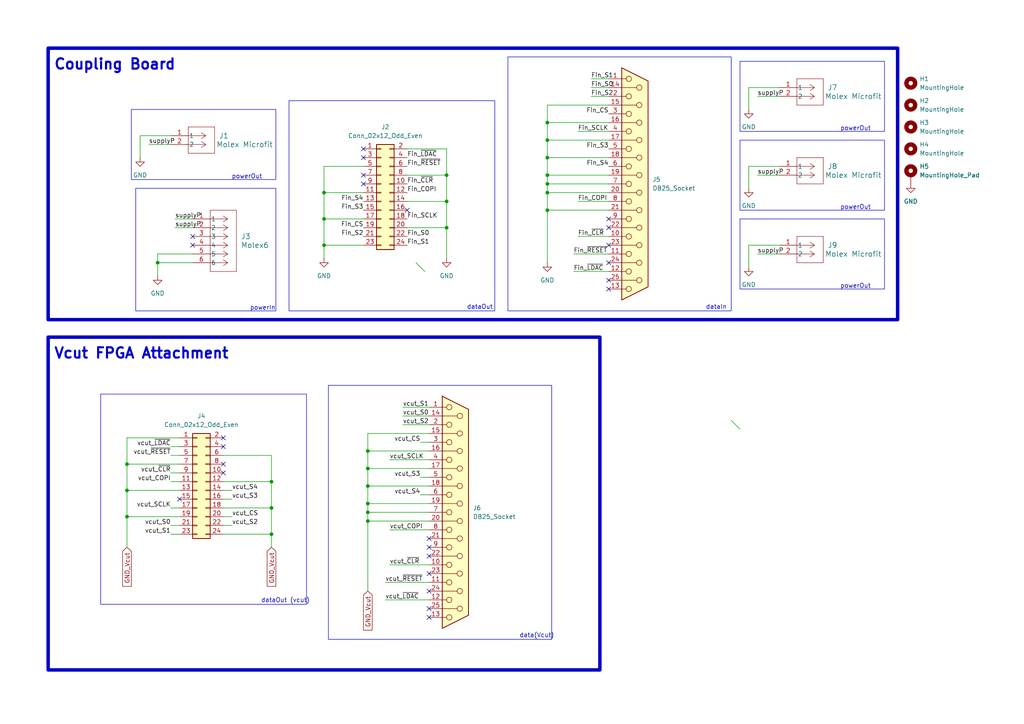
<source format=kicad_sch>
(kicad_sch (version 20250114) (generator "eeschema") (generator_version "9.0")
  (paper "A4")
  (lib_symbols
    (symbol "Connector:DB25_Socket" (pin_names (offset 1.016) (hide yes))
      (property "Reference" "J" (at 0 34.29 0))
      (property "Value" "DB25_Socket" (at 0 -34.925 0))
      (symbol "DB25_Socket_0_1"
        (polyline (pts (xy -3.81 33.655) (xy 3.81 29.845) (xy 3.81 -29.845) (xy -3.81 -33.655) (xy -3.81 33.655)) (stroke (width 0.254)) (fill (type background)))
        (polyline (pts (xy -3.81 30.48) (xy -2.54 30.48)))
        (polyline (pts (xy -3.81 27.94) (xy 0.508 27.94)))
        (polyline (pts (xy -3.81 25.4) (xy -2.54 25.4)))
        (polyline (pts (xy -3.81 22.86) (xy 0.508 22.86)))
        (polyline (pts (xy -3.81 20.32) (xy -2.54 20.32)))
        (polyline (pts (xy -3.81 17.78) (xy 0.508 17.78)))
        (polyline (pts (xy -3.81 15.24) (xy -2.54 15.24)))
        (polyline (pts (xy -3.81 12.7) (xy 0.508 12.7)))
        (polyline (pts (xy -3.81 10.16) (xy -2.54 10.16)))
        (polyline (pts (xy -3.81 7.62) (xy 0.508 7.62)))
        (polyline (pts (xy -3.81 5.08) (xy -2.54 5.08)))
        (polyline (pts (xy -3.81 2.54) (xy 0.508 2.54)))
        (polyline (pts (xy -3.81 0) (xy -2.54 0)))
        (polyline (pts (xy -3.81 -2.54) (xy 0.508 -2.54)))
        (polyline (pts (xy -3.81 -5.08) (xy -2.54 -5.08)))
        (polyline (pts (xy -3.81 -7.62) (xy 0.508 -7.62)))
        (polyline (pts (xy -3.81 -10.16) (xy -2.54 -10.16)))
        (polyline (pts (xy -3.81 -12.7) (xy 0.508 -12.7)))
        (polyline (pts (xy -3.81 -15.24) (xy -2.54 -15.24)))
        (polyline (pts (xy -3.81 -17.78) (xy 0.508 -17.78)))
        (polyline (pts (xy -3.81 -20.32) (xy -2.54 -20.32)))
        (polyline (pts (xy -3.81 -22.86) (xy 0.508 -22.86)))
        (polyline (pts (xy -3.81 -25.4) (xy -2.54 -25.4)))
        (polyline (pts (xy -3.81 -27.94) (xy 0.508 -27.94)))
        (polyline (pts (xy -3.81 -30.48) (xy -2.54 -30.48)))
        (circle (center -1.778 30.48) (radius 0.762))
        (circle (center -1.778 25.4) (radius 0.762))
        (circle (center -1.778 20.32) (radius 0.762))
        (circle (center -1.778 15.24) (radius 0.762))
        (circle (center -1.778 10.16) (radius 0.762))
        (circle (center -1.778 5.08) (radius 0.762))
        (circle (center -1.778 0) (radius 0.762))
        (circle (center -1.778 -5.08) (radius 0.762))
        (circle (center -1.778 -10.16) (radius 0.762))
        (circle (center -1.778 -15.24) (radius 0.762))
        (circle (center -1.778 -20.32) (radius 0.762))
        (circle (center -1.778 -25.4) (radius 0.762))
        (circle (center -1.778 -30.48) (radius 0.762))
        (circle (center 1.27 27.94) (radius 0.762))
        (circle (center 1.27 22.86) (radius 0.762))
        (circle (center 1.27 17.78) (radius 0.762))
        (circle (center 1.27 12.7) (radius 0.762))
        (circle (center 1.27 7.62) (radius 0.762))
        (circle (center 1.27 2.54) (radius 0.762))
        (circle (center 1.27 -2.54) (radius 0.762))
        (circle (center 1.27 -7.62) (radius 0.762))
        (circle (center 1.27 -12.7) (radius 0.762))
        (circle (center 1.27 -17.78) (radius 0.762))
        (circle (center 1.27 -22.86) (radius 0.762))
        (circle (center 1.27 -27.94) (radius 0.762))
      )
      (symbol "DB25_Socket_1_1"
        (pin passive line (at -7.62 30.48 0) (length 3.81) (name "1") (number "1"))
        (pin passive line (at -7.62 27.94 0) (length 3.81) (name "P14") (number "14"))
        (pin passive line (at -7.62 25.4 0) (length 3.81) (name "2") (number "2"))
        (pin passive line (at -7.62 22.86 0) (length 3.81) (name "P15") (number "15"))
        (pin passive line (at -7.62 20.32 0) (length 3.81) (name "3") (number "3"))
        (pin passive line (at -7.62 17.78 0) (length 3.81) (name "P16") (number "16"))
        (pin passive line (at -7.62 15.24 0) (length 3.81) (name "4") (number "4"))
        (pin passive line (at -7.62 12.7 0) (length 3.81) (name "P17") (number "17"))
        (pin passive line (at -7.62 10.16 0) (length 3.81) (name "5") (number "5"))
        (pin passive line (at -7.62 7.62 0) (length 3.81) (name "P18") (number "18"))
        (pin passive line (at -7.62 5.08 0) (length 3.81) (name "6") (number "6"))
        (pin passive line (at -7.62 2.54 0) (length 3.81) (name "P19") (number "19"))
        (pin passive line (at -7.62 0 0) (length 3.81) (name "7") (number "7"))
        (pin passive line (at -7.62 -2.54 0) (length 3.81) (name "P20") (number "20"))
        (pin passive line (at -7.62 -5.08 0) (length 3.81) (name "8") (number "8"))
        (pin passive line (at -7.62 -7.62 0) (length 3.81) (name "P21") (number "21"))
        (pin passive line (at -7.62 -10.16 0) (length 3.81) (name "9") (number "9"))
        (pin passive line (at -7.62 -12.7 0) (length 3.81) (name "P22") (number "22"))
        (pin passive line (at -7.62 -15.24 0) (length 3.81) (name "10") (number "10"))
        (pin passive line (at -7.62 -17.78 0) (length 3.81) (name "P23") (number "23"))
        (pin passive line (at -7.62 -20.32 0) (length 3.81) (name "11") (number "11"))
        (pin passive line (at -7.62 -22.86 0) (length 3.81) (name "P24") (number "24"))
        (pin passive line (at -7.62 -25.4 0) (length 3.81) (name "12") (number "12"))
        (pin passive line (at -7.62 -27.94 0) (length 3.81) (name "P25") (number "25"))
        (pin passive line (at -7.62 -30.48 0) (length 3.81) (name "13") (number "13"))
      )
    )
    (symbol "Connector_Generic:Conn_02x12_Odd_Even" (pin_names (offset 1.016) (hide yes))
      (property "Reference" "J" (at 1.27 15.24 0))
      (property "Value" "Conn_02x12_Odd_Even" (at 1.27 -17.78 0))
      (symbol "Conn_02x12_Odd_Even_1_1"
        (rectangle (start -1.27 13.97) (end 3.81 -16.51) (stroke (width 0.254)) (fill (type background)))
        (rectangle (start -1.27 12.827) (end 0 12.573) (stroke (width 0.1524)))
        (rectangle (start -1.27 10.287) (end 0 10.033) (stroke (width 0.1524)))
        (rectangle (start -1.27 7.747) (end 0 7.493) (stroke (width 0.1524)))
        (rectangle (start -1.27 5.207) (end 0 4.953) (stroke (width 0.1524)))
        (rectangle (start -1.27 2.667) (end 0 2.413) (stroke (width 0.1524)))
        (rectangle (start -1.27 0.127) (end 0 -0.127) (stroke (width 0.1524)))
        (rectangle (start -1.27 -2.413) (end 0 -2.667) (stroke (width 0.1524)))
        (rectangle (start -1.27 -4.953) (end 0 -5.207) (stroke (width 0.1524)))
        (rectangle (start -1.27 -7.493) (end 0 -7.747) (stroke (width 0.1524)))
        (rectangle (start -1.27 -10.033) (end 0 -10.287) (stroke (width 0.1524)))
        (rectangle (start -1.27 -12.573) (end 0 -12.827) (stroke (width 0.1524)))
        (rectangle (start -1.27 -15.113) (end 0 -15.367) (stroke (width 0.1524)))
        (rectangle (start 3.81 12.827) (end 2.54 12.573) (stroke (width 0.1524)))
        (rectangle (start 3.81 10.287) (end 2.54 10.033) (stroke (width 0.1524)))
        (rectangle (start 3.81 7.747) (end 2.54 7.493) (stroke (width 0.1524)))
        (rectangle (start 3.81 5.207) (end 2.54 4.953) (stroke (width 0.1524)))
        (rectangle (start 3.81 2.667) (end 2.54 2.413) (stroke (width 0.1524)))
        (rectangle (start 3.81 0.127) (end 2.54 -0.127) (stroke (width 0.1524)))
        (rectangle (start 3.81 -2.413) (end 2.54 -2.667) (stroke (width 0.1524)))
        (rectangle (start 3.81 -4.953) (end 2.54 -5.207) (stroke (width 0.1524)))
        (rectangle (start 3.81 -7.493) (end 2.54 -7.747) (stroke (width 0.1524)))
        (rectangle (start 3.81 -10.033) (end 2.54 -10.287) (stroke (width 0.1524)))
        (rectangle (start 3.81 -12.573) (end 2.54 -12.827) (stroke (width 0.1524)))
        (rectangle (start 3.81 -15.113) (end 2.54 -15.367) (stroke (width 0.1524)))
        (pin passive line (at -5.08 12.7 0) (length 3.81) (name "Pin_1") (number "1"))
        (pin passive line (at -5.08 10.16 0) (length 3.81) (name "Pin_3") (number "3"))
        (pin passive line (at -5.08 7.62 0) (length 3.81) (name "Pin_5") (number "5"))
        (pin passive line (at -5.08 5.08 0) (length 3.81) (name "Pin_7") (number "7"))
        (pin passive line (at -5.08 2.54 0) (length 3.81) (name "Pin_9") (number "9"))
        (pin passive line (at -5.08 0 0) (length 3.81) (name "Pin_11") (number "11"))
        (pin passive line (at -5.08 -2.54 0) (length 3.81) (name "Pin_13") (number "13"))
        (pin passive line (at -5.08 -5.08 0) (length 3.81) (name "Pin_15") (number "15"))
        (pin passive line (at -5.08 -7.62 0) (length 3.81) (name "Pin_17") (number "17"))
        (pin passive line (at -5.08 -10.16 0) (length 3.81) (name "Pin_19") (number "19"))
        (pin passive line (at -5.08 -12.7 0) (length 3.81) (name "Pin_21") (number "21"))
        (pin passive line (at -5.08 -15.24 0) (length 3.81) (name "Pin_23") (number "23"))
        (pin passive line (at 7.62 12.7 180) (length 3.81) (name "Pin_2") (number "2"))
        (pin passive line (at 7.62 10.16 180) (length 3.81) (name "Pin_4") (number "4"))
        (pin passive line (at 7.62 7.62 180) (length 3.81) (name "Pin_6") (number "6"))
        (pin passive line (at 7.62 5.08 180) (length 3.81) (name "Pin_8") (number "8"))
        (pin passive line (at 7.62 2.54 180) (length 3.81) (name "Pin_10") (number "10"))
        (pin passive line (at 7.62 0 180) (length 3.81) (name "Pin_12") (number "12"))
        (pin passive line (at 7.62 -2.54 180) (length 3.81) (name "Pin_14") (number "14"))
        (pin passive line (at 7.62 -5.08 180) (length 3.81) (name "Pin_16") (number "16"))
        (pin passive line (at 7.62 -7.62 180) (length 3.81) (name "Pin_18") (number "18"))
        (pin passive line (at 7.62 -10.16 180) (length 3.81) (name "Pin_20") (number "20"))
        (pin passive line (at 7.62 -12.7 180) (length 3.81) (name "Pin_22") (number "22"))
        (pin passive line (at 7.62 -15.24 180) (length 3.81) (name "Pin_24") (number "24"))
      )
    )
    (symbol "Mechanical:MountingHole" (pin_names (offset 1.016)) (exclude_from_sim yes) (in_bom no)
      (property "Reference" "H" (at 0 5.08 0))
      (property "Value" "MountingHole" (at 0 3.175 0))
      (symbol "MountingHole_0_1"
        (circle (center 0 0) (radius 1.27) (stroke (width 1.27)))
      )
    )
    (symbol "Mechanical:MountingHole_Pad" (pin_numbers (hide yes)) (pin_names (offset 1.016) (hide yes)) (exclude_from_sim yes) (in_bom no)
      (property "Reference" "H" (at 0 6.35 0))
      (property "Value" "MountingHole_Pad" (at 0 4.445 0))
      (symbol "MountingHole_Pad_0_1"
        (circle (center 0 1.27) (radius 1.27) (stroke (width 1.27)))
      )
      (symbol "MountingHole_Pad_1_1"
        (pin input line (at 0 -2.54 90) (length 2.54) (name "1") (number "1"))
      )
    )
    (symbol "power:GND" (power) (pin_numbers (hide yes)) (pin_names (offset 0) (hide yes))
      (property "Value" "GND" (at 0 -3.81 0))
      (symbol "GND_0_1"
        (polyline (pts (xy 0 0) (xy 0 -1.27) (xy 1.27 -1.27) (xy 0 -2.54) (xy -1.27 -1.27) (xy 0 -1.27)))
      )
      (symbol "GND_1_1"
        (pin power_in line (at 0 0 270) (length 0) (name "~") (number "1"))
      )
    )
    (symbol "ul_39288060:39288060" (pin_names (offset 0.254))
      (property "Reference" "J" (at 8.89 6.35 0))
      (property "Value" "39288060" (at 0 0 0))
      (symbol "39288060_1_1"
        (polyline (pts (xy 5.08 2.54) (xy 5.08 -15.24)) (stroke (width 0.127)))
        (polyline (pts (xy 5.08 -15.24) (xy 12.7 -15.24)) (stroke (width 0.127)))
        (polyline (pts (xy 10.16 0) (xy 5.08 0)) (stroke (width 0.127)))
        (polyline (pts (xy 10.16 0) (xy 8.89 0.8467)) (stroke (width 0.127)))
        (polyline (pts (xy 10.16 0) (xy 8.89 -0.8467)) (stroke (width 0.127)))
        (polyline (pts (xy 10.16 -2.54) (xy 5.08 -2.54)) (stroke (width 0.127)))
        (polyline (pts (xy 10.16 -2.54) (xy 8.89 -1.6933)) (stroke (width 0.127)))
        (polyline (pts (xy 10.16 -2.54) (xy 8.89 -3.3867)) (stroke (width 0.127)))
        (polyline (pts (xy 10.16 -5.08) (xy 5.08 -5.08)) (stroke (width 0.127)))
        (polyline (pts (xy 10.16 -5.08) (xy 8.89 -4.2333)) (stroke (width 0.127)))
        (polyline (pts (xy 10.16 -5.08) (xy 8.89 -5.9267)) (stroke (width 0.127)))
        (polyline (pts (xy 10.16 -7.62) (xy 5.08 -7.62)) (stroke (width 0.127)))
        (polyline (pts (xy 10.16 -7.62) (xy 8.89 -6.7733)) (stroke (width 0.127)))
        (polyline (pts (xy 10.16 -7.62) (xy 8.89 -8.4667)) (stroke (width 0.127)))
        (polyline (pts (xy 10.16 -10.16) (xy 5.08 -10.16)) (stroke (width 0.127)))
        (polyline (pts (xy 10.16 -10.16) (xy 8.89 -9.3133)) (stroke (width 0.127)))
        (polyline (pts (xy 10.16 -10.16) (xy 8.89 -11.0067)) (stroke (width 0.127)))
        (polyline (pts (xy 10.16 -12.7) (xy 5.08 -12.7)) (stroke (width 0.127)))
        (polyline (pts (xy 10.16 -12.7) (xy 8.89 -11.8533)) (stroke (width 0.127)))
        (polyline (pts (xy 10.16 -12.7) (xy 8.89 -13.5467)) (stroke (width 0.127)))
        (polyline (pts (xy 12.7 2.54) (xy 5.08 2.54)) (stroke (width 0.127)))
        (polyline (pts (xy 12.7 -15.24) (xy 12.7 2.54)) (stroke (width 0.127)))
        (pin unspecified line (at 0 0 0) (length 5.08) (name "1") (number "1"))
        (pin unspecified line (at 0 -2.54 0) (length 5.08) (name "2") (number "2"))
        (pin unspecified line (at 0 -5.08 0) (length 5.08) (name "3") (number "3"))
        (pin unspecified line (at 0 -7.62 0) (length 5.08) (name "4") (number "4"))
        (pin unspecified line (at 0 -10.16 0) (length 5.08) (name "5") (number "5"))
        (pin unspecified line (at 0 -12.7 0) (length 5.08) (name "6") (number "6"))
      )
      (symbol "39288060_1_2"
        (polyline (pts (xy 5.08 2.54) (xy 5.08 -15.24)) (stroke (width 0.127)))
        (polyline (pts (xy 5.08 -15.24) (xy 12.7 -15.24)) (stroke (width 0.127)))
        (polyline (pts (xy 7.62 0) (xy 5.08 0)) (stroke (width 0.127)))
        (polyline (pts (xy 7.62 0) (xy 8.89 0.8467)) (stroke (width 0.127)))
        (polyline (pts (xy 7.62 0) (xy 8.89 -0.8467)) (stroke (width 0.127)))
        (polyline (pts (xy 7.62 -2.54) (xy 5.08 -2.54)) (stroke (width 0.127)))
        (polyline (pts (xy 7.62 -2.54) (xy 8.89 -1.6933)) (stroke (width 0.127)))
        (polyline (pts (xy 7.62 -2.54) (xy 8.89 -3.3867)) (stroke (width 0.127)))
        (polyline (pts (xy 7.62 -5.08) (xy 5.08 -5.08)) (stroke (width 0.127)))
        (polyline (pts (xy 7.62 -5.08) (xy 8.89 -4.2333)) (stroke (width 0.127)))
        (polyline (pts (xy 7.62 -5.08) (xy 8.89 -5.9267)) (stroke (width 0.127)))
        (polyline (pts (xy 7.62 -7.62) (xy 5.08 -7.62)) (stroke (width 0.127)))
        (polyline (pts (xy 7.62 -7.62) (xy 8.89 -6.7733)) (stroke (width 0.127)))
        (polyline (pts (xy 7.62 -7.62) (xy 8.89 -8.4667)) (stroke (width 0.127)))
        (polyline (pts (xy 7.62 -10.16) (xy 5.08 -10.16)) (stroke (width 0.127)))
        (polyline (pts (xy 7.62 -10.16) (xy 8.89 -9.3133)) (stroke (width 0.127)))
        (polyline (pts (xy 7.62 -10.16) (xy 8.89 -11.0067)) (stroke (width 0.127)))
        (polyline (pts (xy 7.62 -12.7) (xy 5.08 -12.7)) (stroke (width 0.127)))
        (polyline (pts (xy 7.62 -12.7) (xy 8.89 -11.8533)) (stroke (width 0.127)))
        (polyline (pts (xy 7.62 -12.7) (xy 8.89 -13.5467)) (stroke (width 0.127)))
        (polyline (pts (xy 12.7 2.54) (xy 5.08 2.54)) (stroke (width 0.127)))
        (polyline (pts (xy 12.7 -15.24) (xy 12.7 2.54)) (stroke (width 0.127)))
        (pin unspecified line (at 0 0 0) (length 5.08) (name "1") (number "1"))
        (pin unspecified line (at 0 -2.54 0) (length 5.08) (name "2") (number "2"))
        (pin unspecified line (at 0 -5.08 0) (length 5.08) (name "3") (number "3"))
        (pin unspecified line (at 0 -7.62 0) (length 5.08) (name "4") (number "4"))
        (pin unspecified line (at 0 -10.16 0) (length 5.08) (name "5") (number "5"))
        (pin unspecified line (at 0 -12.7 0) (length 5.08) (name "6") (number "6"))
      )
    )
    (symbol "ul_436500215:436500215" (pin_names (offset 0.254))
      (property "Reference" "J1" (at 13.97 0 0))
      (property "Value" "Molex Microfit" (at 13.208 -2.54 0))
      (symbol "436500215_1_1"
        (polyline (pts (xy 5.08 2.54) (xy 5.08 -5.08)) (stroke (width 0.127)))
        (polyline (pts (xy 5.08 -5.08) (xy 12.7 -5.08)) (stroke (width 0.127)))
        (polyline (pts (xy 10.16 0) (xy 5.08 0)) (stroke (width 0.127)))
        (polyline (pts (xy 10.16 0) (xy 8.89 0.8467)) (stroke (width 0.127)))
        (polyline (pts (xy 10.16 0) (xy 8.89 -0.8467)) (stroke (width 0.127)))
        (polyline (pts (xy 10.16 -2.54) (xy 5.08 -2.54)) (stroke (width 0.127)))
        (polyline (pts (xy 10.16 -2.54) (xy 8.89 -1.6933)) (stroke (width 0.127)))
        (polyline (pts (xy 10.16 -2.54) (xy 8.89 -3.3867)) (stroke (width 0.127)))
        (polyline (pts (xy 12.7 2.54) (xy 5.08 2.54)) (stroke (width 0.127)))
        (polyline (pts (xy 12.7 -5.08) (xy 12.7 2.54)) (stroke (width 0.127)))
        (pin unspecified line (at 0 0 0) (length 5.08) (name "1") (number "1"))
        (pin unspecified line (at 0 -2.54 0) (length 5.08) (name "2") (number "2"))
      )
      (symbol "436500215_1_2"
        (polyline (pts (xy 5.08 2.54) (xy 5.08 -5.08)) (stroke (width 0.127)))
        (polyline (pts (xy 5.08 -5.08) (xy 12.7 -5.08)) (stroke (width 0.127)))
        (polyline (pts (xy 7.62 0) (xy 5.08 0)) (stroke (width 0.127)))
        (polyline (pts (xy 7.62 0) (xy 8.89 0.8467)) (stroke (width 0.127)))
        (polyline (pts (xy 7.62 0) (xy 8.89 -0.8467)) (stroke (width 0.127)))
        (polyline (pts (xy 7.62 -2.54) (xy 5.08 -2.54)) (stroke (width 0.127)))
        (polyline (pts (xy 7.62 -2.54) (xy 8.89 -1.6933)) (stroke (width 0.127)))
        (polyline (pts (xy 7.62 -2.54) (xy 8.89 -3.3867)) (stroke (width 0.127)))
        (polyline (pts (xy 12.7 2.54) (xy 5.08 2.54)) (stroke (width 0.127)))
        (polyline (pts (xy 12.7 -5.08) (xy 12.7 2.54)) (stroke (width 0.127)))
        (pin unspecified line (at 0 0 0) (length 5.08) (name "1") (number "1"))
        (pin unspecified line (at 0 -2.54 0) (length 5.08) (name "2") (number "2"))
      )
    )
  )
  (rectangle (start 38.1 31.75) (end 80.01 52.07))
  (rectangle (start 95.25 111.76) (end 160.02 185.42))
  (rectangle (start 13.97 13.97) (end 260.35 92.71) (stroke (width 1)))
  (rectangle (start 138.43 88.9) (end 138.43 88.9))
  (rectangle (start 147.32 16.51) (end 212.09 90.17))
  (rectangle (start 39.37 54.61) (end 80.01 90.17))
  (rectangle (start 29.21 114.3) (end 88.9 175.26))
  (rectangle (start 214.63 17.78) (end 256.54 38.1))
  (rectangle (start 214.63 63.5) (end 256.54 83.82))
  (rectangle (start 13.97 97.79) (end 173.99 194.31) (stroke (width 1)))
  (rectangle (start 214.63 40.64) (end 256.54 60.96))
  (rectangle (start 83.82 29.21) (end 143.51 90.17))
  (text "dataOut (vcut)" (at 82.804 174.244 0) (effects (font (size 1.27 1.27))))
  (text "Vcut FPGA Attachment" (at 15.494 102.616 0) (effects (font (size 3 3) (thickness 0.6) (bold yes)) (justify left)))
  (text "powerOut\n" (at 248.158 60.198 0) (effects (font (size 1.27 1.27))))
  (text "dataIn" (at 207.772 89.154 0) (effects (font (size 1.27 1.27))))
  (text "dataOut" (at 139.192 89.154 0) (effects (font (size 1.27 1.27))))
  (text "powerIn\n" (at 76.2 89.408 0) (effects (font (size 1.27 1.27))))
  (text "powerOut\n" (at 71.628 51.308 0) (effects (font (size 1.27 1.27))))
  (text "Coupling Board" (at 15.494 18.796 0) (effects (font (size 3 3) (thickness 0.6) (bold yes)) (justify left)))
  (text "powerOut\n" (at 248.158 37.338 0) (effects (font (size 1.27 1.27))))
  (text "powerOut\n" (at 248.158 83.058 0) (effects (font (size 1.27 1.27))))
  (text "data(Vcut)\n" (at 155.702 184.404 0) (effects (font (size 1.27 1.27))))
  (junction (at 36.83 149.86))
  (junction (at 158.75 55.88))
  (junction (at 45.72 76.2))
  (junction (at 106.68 148.59))
  (junction (at 106.68 146.05))
  (junction (at 93.98 55.88))
  (junction (at 158.75 40.64))
  (junction (at 158.75 53.34))
  (junction (at 158.75 60.96))
  (junction (at 36.83 134.62))
  (junction (at 93.98 71.12))
  (junction (at 129.54 58.42))
  (junction (at 78.74 139.7))
  (junction (at 78.74 147.32))
  (junction (at 158.75 45.72))
  (junction (at 106.68 140.97))
  (junction (at 36.83 142.24))
  (junction (at 93.98 63.5))
  (junction (at 106.68 151.13))
  (junction (at 158.75 50.8))
  (junction (at 129.54 66.04))
  (junction (at 129.54 50.8))
  (junction (at 106.68 135.89))
  (junction (at 78.74 154.94))
  (junction (at 106.68 130.81))
  (junction (at 158.75 35.56))
  (no_connect (at 176.53 63.5))
  (no_connect (at 55.88 71.12))
  (no_connect (at 176.53 81.28))
  (no_connect (at 52.07 144.78))
  (no_connect (at 124.46 158.75))
  (no_connect (at 64.77 129.54))
  (no_connect (at 124.46 156.21))
  (no_connect (at 124.46 171.45))
  (no_connect (at 105.41 53.34))
  (no_connect (at 124.46 176.53))
  (no_connect (at 105.41 50.8))
  (no_connect (at 124.46 179.07))
  (no_connect (at 64.77 137.16))
  (no_connect (at 176.53 83.82))
  (no_connect (at 176.53 76.2))
  (no_connect (at 105.41 45.72))
  (no_connect (at 64.77 134.62))
  (no_connect (at 118.11 60.96))
  (no_connect (at 124.46 161.29))
  (no_connect (at 64.77 127))
  (no_connect (at 105.41 43.18))
  (no_connect (at 124.46 166.37))
  (no_connect (at 55.88 68.58))
  (no_connect (at 176.53 71.12))
  (no_connect (at 176.53 66.04))
  (bus_entry (at 212.09 121.92) (size 2.54 2.54))
  (bus_entry (at 120.65 76.2) (size 2.54 2.54))
  (wire (pts (xy 49.53 139.7) (xy 52.07 139.7)))
  (wire (pts (xy 93.98 48.26) (xy 105.41 48.26)))
  (wire (pts (xy 111.76 168.91) (xy 124.46 168.91)))
  (wire (pts (xy 158.75 50.8) (xy 158.75 53.34)))
  (wire (pts (xy 67.31 152.4) (xy 64.77 152.4)))
  (wire (pts (xy 49.53 152.4) (xy 52.07 152.4)))
  (wire (pts (xy 106.68 151.13) (xy 124.46 151.13)))
  (wire (pts (xy 219.71 50.8) (xy 226.06 50.8)))
  (wire (pts (xy 158.75 53.34) (xy 176.53 53.34)))
  (wire (pts (xy 78.74 154.94) (xy 78.74 158.75)))
  (wire (pts (xy 166.37 73.66) (xy 176.53 73.66)))
  (wire (pts (xy 36.83 127) (xy 36.83 134.62)))
  (wire (pts (xy 121.92 128.27) (xy 124.46 128.27)))
  (wire (pts (xy 129.54 50.8) (xy 118.11 50.8)))
  (wire (pts (xy 49.53 132.08) (xy 52.07 132.08)))
  (wire (pts (xy 78.74 132.08) (xy 78.74 139.7)))
  (wire (pts (xy 118.11 43.18) (xy 129.54 43.18)))
  (wire (pts (xy 129.54 43.18) (xy 129.54 50.8)))
  (wire (pts (xy 111.76 173.99) (xy 124.46 173.99)))
  (wire (pts (xy 217.17 71.12) (xy 226.06 71.12)))
  (wire (pts (xy 158.75 35.56) (xy 158.75 40.64)))
  (wire (pts (xy 113.03 133.35) (xy 124.46 133.35)))
  (wire (pts (xy 106.68 130.81) (xy 106.68 135.89)))
  (wire (pts (xy 217.17 25.4) (xy 226.06 25.4)))
  (wire (pts (xy 40.64 39.37) (xy 49.53 39.37)))
  (wire (pts (xy 166.37 78.74) (xy 176.53 78.74)))
  (wire (pts (xy 158.75 30.48) (xy 176.53 30.48)))
  (wire (pts (xy 93.98 63.5) (xy 93.98 71.12)))
  (wire (pts (xy 36.83 134.62) (xy 36.83 142.24)))
  (wire (pts (xy 118.11 58.42) (xy 129.54 58.42)))
  (wire (pts (xy 36.83 142.24) (xy 36.83 149.86)))
  (wire (pts (xy 36.83 134.62) (xy 52.07 134.62)))
  (wire (pts (xy 158.75 45.72) (xy 158.75 50.8)))
  (wire (pts (xy 40.64 39.37) (xy 40.64 45.72)))
  (wire (pts (xy 158.75 50.8) (xy 176.53 50.8)))
  (wire (pts (xy 158.75 60.96) (xy 158.75 76.2)))
  (wire (pts (xy 106.68 140.97) (xy 124.46 140.97)))
  (wire (pts (xy 64.77 147.32) (xy 78.74 147.32)))
  (wire (pts (xy 93.98 63.5) (xy 105.41 63.5)))
  (wire (pts (xy 93.98 48.26) (xy 93.98 55.88)))
  (wire (pts (xy 158.75 45.72) (xy 176.53 45.72)))
  (wire (pts (xy 158.75 35.56) (xy 176.53 35.56)))
  (wire (pts (xy 36.83 149.86) (xy 36.83 158.75)))
  (wire (pts (xy 106.68 125.73) (xy 124.46 125.73)))
  (wire (pts (xy 43.18 41.91) (xy 49.53 41.91)))
  (wire (pts (xy 67.31 142.24) (xy 64.77 142.24)))
  (wire (pts (xy 158.75 55.88) (xy 158.75 60.96)))
  (wire (pts (xy 49.53 137.16) (xy 52.07 137.16)))
  (wire (pts (xy 49.53 154.94) (xy 52.07 154.94)))
  (wire (pts (xy 129.54 50.8) (xy 129.54 58.42)))
  (wire (pts (xy 45.72 73.66) (xy 45.72 76.2)))
  (wire (pts (xy 36.83 142.24) (xy 52.07 142.24)))
  (wire (pts (xy 45.72 76.2) (xy 55.88 76.2)))
  (wire (pts (xy 106.68 130.81) (xy 124.46 130.81)))
  (wire (pts (xy 121.92 143.51) (xy 124.46 143.51)))
  (wire (pts (xy 219.71 73.66) (xy 226.06 73.66)))
  (wire (pts (xy 64.77 139.7) (xy 78.74 139.7)))
  (wire (pts (xy 50.8 63.5) (xy 55.88 63.5)))
  (wire (pts (xy 106.68 148.59) (xy 106.68 151.13)))
  (wire (pts (xy 49.53 129.54) (xy 52.07 129.54)))
  (wire (pts (xy 93.98 71.12) (xy 105.41 71.12)))
  (wire (pts (xy 219.71 27.94) (xy 226.06 27.94)))
  (wire (pts (xy 167.64 68.58) (xy 176.53 68.58)))
  (wire (pts (xy 78.74 139.7) (xy 78.74 147.32)))
  (wire (pts (xy 36.83 127) (xy 52.07 127)))
  (wire (pts (xy 116.84 118.11) (xy 124.46 118.11)))
  (wire (pts (xy 106.68 148.59) (xy 124.46 148.59)))
  (wire (pts (xy 158.75 40.64) (xy 158.75 45.72)))
  (wire (pts (xy 64.77 132.08) (xy 78.74 132.08)))
  (wire (pts (xy 217.17 48.26) (xy 226.06 48.26)))
  (wire (pts (xy 106.68 146.05) (xy 106.68 148.59)))
  (wire (pts (xy 158.75 55.88) (xy 176.53 55.88)))
  (wire (pts (xy 78.74 147.32) (xy 78.74 154.94)))
  (wire (pts (xy 158.75 40.64) (xy 176.53 40.64)))
  (wire (pts (xy 93.98 55.88) (xy 93.98 63.5)))
  (wire (pts (xy 106.68 135.89) (xy 124.46 135.89)))
  (wire (pts (xy 167.64 58.42) (xy 176.53 58.42)))
  (wire (pts (xy 158.75 30.48) (xy 158.75 35.56)))
  (wire (pts (xy 106.68 125.73) (xy 106.68 130.81)))
  (wire (pts (xy 93.98 55.88) (xy 105.41 55.88)))
  (wire (pts (xy 217.17 48.26) (xy 217.17 54.61)))
  (wire (pts (xy 158.75 53.34) (xy 158.75 55.88)))
  (wire (pts (xy 116.84 123.19) (xy 124.46 123.19)))
  (wire (pts (xy 49.53 147.32) (xy 52.07 147.32)))
  (wire (pts (xy 217.17 25.4) (xy 217.17 31.75)))
  (wire (pts (xy 50.8 66.04) (xy 55.88 66.04)))
  (wire (pts (xy 171.45 22.86) (xy 176.53 22.86)))
  (wire (pts (xy 113.03 163.83) (xy 124.46 163.83)))
  (wire (pts (xy 171.45 27.94) (xy 176.53 27.94)))
  (wire (pts (xy 158.75 60.96) (xy 176.53 60.96)))
  (wire (pts (xy 45.72 76.2) (xy 45.72 80.01)))
  (wire (pts (xy 45.72 73.66) (xy 55.88 73.66)))
  (wire (pts (xy 113.03 153.67) (xy 124.46 153.67)))
  (wire (pts (xy 106.68 151.13) (xy 106.68 171.45)))
  (wire (pts (xy 67.31 144.78) (xy 64.77 144.78)))
  (wire (pts (xy 93.98 71.12) (xy 93.98 74.93)))
  (wire (pts (xy 118.11 66.04) (xy 129.54 66.04)))
  (wire (pts (xy 36.83 149.86) (xy 52.07 149.86)))
  (wire (pts (xy 121.92 138.43) (xy 124.46 138.43)))
  (wire (pts (xy 116.84 120.65) (xy 124.46 120.65)))
  (wire (pts (xy 106.68 140.97) (xy 106.68 146.05)))
  (wire (pts (xy 106.68 146.05) (xy 124.46 146.05)))
  (wire (pts (xy 129.54 58.42) (xy 129.54 66.04)))
  (wire (pts (xy 129.54 66.04) (xy 129.54 74.93)))
  (wire (pts (xy 167.64 38.1) (xy 176.53 38.1)))
  (wire (pts (xy 217.17 71.12) (xy 217.17 77.47)))
  (wire (pts (xy 171.45 25.4) (xy 176.53 25.4)))
  (wire (pts (xy 106.68 135.89) (xy 106.68 140.97)))
  (wire (pts (xy 67.31 149.86) (xy 64.77 149.86)))
  (wire (pts (xy 64.77 154.94) (xy 78.74 154.94)))
  (label "Fin_S0" (at 118.11 68.58 0))
  (label "Fin_~{RESET}" (at 166.37 73.66 0))
  (label "vcut_~{LDAC}" (at 49.53 129.54 180))
  (label "Fin_SCLK" (at 167.64 38.1 0))
  (label "vcut_S2" (at 67.31 152.4 0))
  (label "vcut_COPI" (at 113.03 153.67 0))
  (label "vcut_S2" (at 116.84 123.19 0))
  (label "Fin_COPI" (at 167.64 58.42 0))
  (label "Fin_~{LDAC}" (at 118.11 45.72 0))
  (label "Fin_CS" (at 105.41 66.04 180))
  (label "Fin_S3" (at 105.41 60.96 180))
  (label "Fin_~{CLR}" (at 118.11 53.34 0))
  (label "Fin_S2" (at 171.45 27.94 0))
  (label "Fin_COPI" (at 118.11 55.88 0))
  (label "vcut_S0" (at 116.84 120.65 0))
  (label "vcut_~{CLR}" (at 113.03 163.83 0))
  (label "Fin_S1" (at 118.11 71.12 0))
  (label "vcut_S4" (at 121.92 143.51 180))
  (label "vcut_S3" (at 121.92 138.43 180))
  (label "vcut_S1" (at 116.84 118.11 0))
  (label "Fin_S2" (at 105.41 68.58 180))
  (label "supplyP" (at 43.18 41.91 0))
  (label "vcut_CS" (at 121.92 128.27 180))
  (label "Fin_S4" (at 176.53 48.26 180))
  (label "vcut_S0" (at 49.53 152.4 180))
  (label "Fin_S0" (at 171.45 25.4 0))
  (label "Fin_~{CLR}" (at 167.64 68.58 0))
  (label "supplyP" (at 219.71 73.66 0))
  (label "Fin_S1" (at 171.45 22.86 0))
  (label "vcut_~{CLR}" (at 49.53 137.16 180))
  (label "vcut_S4" (at 67.31 142.24 0))
  (label "vcut_S1" (at 49.53 154.94 180))
  (label "Fin_CS" (at 176.53 33.02 180))
  (label "supplyP" (at 219.71 50.8 0))
  (label "Fin_S3" (at 176.53 43.18 180))
  (label "Fin_SCLK" (at 118.11 63.5 0))
  (label "Fin_S4" (at 105.41 58.42 180))
  (label "Fin_~{LDAC}" (at 166.37 78.74 0))
  (label "Fin_~{RESET}" (at 118.11 48.26 0))
  (label "supplyP" (at 50.8 63.5 0))
  (label "vcut_S3" (at 67.31 144.78 0))
  (label "vcut_CS" (at 67.31 149.86 0))
  (label "vcut_SCLK" (at 49.53 147.32 180))
  (label "vcut_~{RESET}" (at 49.53 132.08 180))
  (label "vcut_~{RESET}" (at 111.76 168.91 0))
  (label "vcut_~{LDAC}" (at 111.76 173.99 0))
  (label "supplyP" (at 50.8 66.04 0))
  (label "vcut_COPI" (at 49.53 139.7 180))
  (label "vcut_SCLK" (at 113.03 133.35 0))
  (label "supplyP" (at 219.71 27.94 0))
  (global_label "GND_Vcut" (shape input) (at 36.83 158.75 270) (property "Intersheetrefs" "${INTERSHEET_REFS}" (effects (hide yes))))
  (global_label "GND_Vcut" (shape input) (at 78.74 158.75 270) (property "Intersheetrefs" "${INTERSHEET_REFS}" (effects (hide yes))))
  (global_label "GND_Vcut" (shape input) (at 106.68 171.45 270) (property "Intersheetrefs" "${INTERSHEET_REFS}" (effects (hide yes))))
  (symbol (lib_id "Connector_Generic:Conn_02x12_Odd_Even") (at 57.15 139.7 0) (unit 1)
    (property "Reference" "J4" (at 58.42 120.65 0))
    (property "Value" "Conn_02x12_Odd_Even" (at 58.42 123.19 0))
    (property "Footprint" "Connector_PinHeader_2.54mm:PinHeader_2x12_P2.54mm_Vertical" (effects (hide yes)))
    (property "Description" "Generic connector, double row, 02x12, odd/even pin numbering scheme (row 1 odd numbers, row 2 even numbers), script generated (kicad-library-utils/schlib/autogen/connector/)" (effects (hide yes)))
    (property "JLCPCB Part #" "C132440" (effects (hide yes)))
    (property "JLCPCB Rotation Offset" "-90" (effects (hide yes)))
    (property "JLCPCB Position Offset" "0.5,0" (effects (hide yes)))
  )
  (symbol (lib_id "power:GND") (at 40.64 45.72 0) (unit 1)
    (property "Reference" "#PWR01" (effects (hide yes)))
    (property "Value" "GND" (at 40.64 50.8 0))
    (property "Description" "Power symbol creates a global label with name \"GND\" , ground" (effects (hide yes)))
  )
  (symbol (lib_id "Mechanical:MountingHole") (at 264.16 43.18 0) (unit 1) (in_bom no)
    (property "Reference" "H4" (at 266.7 41.91 0) (effects (justify left)))
    (property "Value" "MountingHole" (at 266.7 44.45 0) (effects (justify left)))
    (property "Footprint" "MountingHole:MountingHole_3.2mm_M3" (effects (hide yes)))
    (property "Description" "Mounting Hole without connection" (effects (hide yes)))
  )
  (symbol (lib_id "Mechanical:MountingHole") (at 264.16 24.13 0) (unit 1) (in_bom no)
    (property "Reference" "H1" (at 266.7 22.86 0) (effects (justify left)))
    (property "Value" "MountingHole" (at 266.7 25.4 0) (effects (justify left)))
    (property "Footprint" "MountingHole:MountingHole_3.2mm_M3" (effects (hide yes)))
    (property "Description" "Mounting Hole without connection" (effects (hide yes)))
  )
  (symbol (lib_id "ul_436500215:436500215") (at 226.06 25.4 0) (unit 1)
    (property "Reference" "J7" (at 240.03 25.4 0) (effects (font (size 1.524 1.524)) (justify left)))
    (property "Value" "Molex Microfit" (at 239.268 27.94 0) (effects (font (size 1.524 1.524)) (justify left)))
    (property "Footprint" "ul_436500215:CONN_SD-43650-006_02_MOL" (effects (hide yes)))
    (property "Datasheet" "436500215" (effects (hide yes)))
  )
  (symbol (lib_id "power:GND") (at 129.54 74.93 0) (unit 1)
    (property "Reference" "#PWR07" (effects (hide yes)))
    (property "Value" "GND" (at 129.54 80.01 0))
    (property "Description" "Power symbol creates a global label with name \"GND\" , ground" (effects (hide yes)))
  )
  (symbol (lib_id "Mechanical:MountingHole_Pad") (at 264.16 50.8 0) (unit 1)
    (property "Reference" "H5" (at 266.7 48.2599 0) (effects (justify left)))
    (property "Value" "MountingHole_Pad" (at 266.7 50.7999 0) (effects (justify left)))
    (property "Footprint" "MountingHole:MountingHole_3.5mm_Pad" (effects (hide yes)))
    (property "Description" "Mounting Hole with connection" (effects (hide yes)))
  )
  (symbol (lib_id "power:GND") (at 217.17 54.61 0) (unit 1)
    (property "Reference" "#PWR08" (effects (hide yes)))
    (property "Value" "GND" (at 217.17 59.69 0))
    (property "Description" "Power symbol creates a global label with name \"GND\" , ground" (effects (hide yes)))
  )
  (symbol (lib_id "power:GND") (at 158.75 76.2 0) (unit 1)
    (property "Reference" "#PWR06" (effects (hide yes)))
    (property "Value" "GND" (at 158.75 81.28 0))
    (property "Description" "Power symbol creates a global label with name \"GND\" , ground" (effects (hide yes)))
  )
  (symbol (lib_id "Mechanical:MountingHole") (at 264.16 36.83 0) (unit 1) (in_bom no)
    (property "Reference" "H3" (at 266.7 35.56 0) (effects (justify left)))
    (property "Value" "MountingHole" (at 266.7 38.1 0) (effects (justify left)))
    (property "Footprint" "MountingHole:MountingHole_3.2mm_M3" (effects (hide yes)))
    (property "Description" "Mounting Hole without connection" (effects (hide yes)))
  )
  (symbol (lib_id "power:GND") (at 217.17 77.47 0) (unit 1)
    (property "Reference" "#PWR09" (effects (hide yes)))
    (property "Value" "GND" (at 217.17 82.55 0))
    (property "Description" "Power symbol creates a global label with name \"GND\" , ground" (effects (hide yes)))
  )
  (symbol (lib_id "power:GND") (at 264.16 53.34 0) (unit 1)
    (property "Reference" "#PWR02" (effects (hide yes)))
    (property "Value" "GND" (at 264.16 58.42 0))
    (property "Description" "Power symbol creates a global label with name \"GND\" , ground" (effects (hide yes)))
  )
  (symbol (lib_id "power:GND") (at 45.72 80.01 0) (unit 1)
    (property "Reference" "#PWR04" (effects (hide yes)))
    (property "Value" "GND" (at 45.72 85.09 0))
    (property "Description" "Power symbol creates a global label with name \"GND\" , ground" (effects (hide yes)))
  )
  (symbol (lib_id "ul_436500215:436500215") (at 49.53 39.37 0) (unit 1)
    (property "Reference" "J1" (at 63.5 39.37 0) (effects (font (size 1.524 1.524)) (justify left)))
    (property "Value" "Molex Microfit" (at 62.738 41.91 0) (effects (font (size 1.524 1.524)) (justify left)))
    (property "Footprint" "ul_436500215:CONN_SD-43650-006_02_MOL" (effects (hide yes)))
    (property "Datasheet" "436500215" (effects (hide yes)))
  )
  (symbol (lib_id "power:GND") (at 217.17 31.75 0) (unit 1)
    (property "Reference" "#PWR05" (effects (hide yes)))
    (property "Value" "GND" (at 217.17 36.83 0))
    (property "Description" "Power symbol creates a global label with name \"GND\" , ground" (effects (hide yes)))
  )
  (symbol (lib_id "Connector_Generic:Conn_02x12_Odd_Even") (at 110.49 55.88 0) (unit 1)
    (property "Reference" "J2" (at 111.76 36.83 0))
    (property "Value" "Conn_02x12_Odd_Even" (at 111.76 39.37 0))
    (property "Footprint" "Connector_IDC:IDC-Header_2x12_P2.54mm_Vertical" (effects (hide yes)))
    (property "Description" "Generic connector, double row, 02x12, odd/even pin numbering scheme (row 1 odd numbers, row 2 even numbers), script generated (kicad-library-utils/schlib/autogen/connector/)" (effects (hide yes)))
    (property "JLCPCB Part #" "C132440" (effects (hide yes)))
    (property "JLCPCB Rotation Offset" "-90" (effects (hide yes)))
    (property "JLCPCB Position Offset" "0.5,0" (effects (hide yes)))
  )
  (symbol (lib_id "Connector:DB25_Socket") (at 184.15 53.34 0) (unit 1)
    (property "Reference" "J5" (at 189.23 52.0699 0) (effects (justify left)))
    (property "Value" "DB25_Socket" (at 189.23 54.6099 0) (effects (justify left)))
    (property "Footprint" "DS1034-25FUNSI44:DSUB-TH_DS1034-25FUNSI44" (effects (hide yes)))
    (property "Description" "25-pin D-SUB connector, socket (female)" (effects (hide yes)))
  )
  (symbol (lib_id "Connector:DB25_Socket") (at 132.08 148.59 0) (unit 1)
    (property "Reference" "J6" (at 137.16 147.3199 0) (effects (justify left)))
    (property "Value" "DB25_Socket" (at 137.16 149.8599 0) (effects (justify left)))
    (property "Footprint" "DS1034-25FUNSI44:DSUB-TH_DS1034-25FUNSI44" (effects (hide yes)))
    (property "Description" "25-pin D-SUB connector, socket (female)" (effects (hide yes)))
  )
  (symbol (lib_id "ul_436500215:436500215") (at 226.06 48.26 0) (unit 1)
    (property "Reference" "J8" (at 240.03 48.26 0) (effects (font (size 1.524 1.524)) (justify left)))
    (property "Value" "Molex Microfit" (at 239.268 50.8 0) (effects (font (size 1.524 1.524)) (justify left)))
    (property "Footprint" "ul_436500215:CONN_SD-43650-006_02_MOL" (effects (hide yes)))
    (property "Datasheet" "436500215" (effects (hide yes)))
  )
  (symbol (lib_id "ul_436500215:436500215") (at 226.06 71.12 0) (unit 1)
    (property "Reference" "J9" (at 240.03 71.12 0) (effects (font (size 1.524 1.524)) (justify left)))
    (property "Value" "Molex Microfit" (at 239.268 73.66 0) (effects (font (size 1.524 1.524)) (justify left)))
    (property "Footprint" "ul_436500215:CONN_SD-43650-006_02_MOL" (effects (hide yes)))
    (property "Datasheet" "436500215" (effects (hide yes)))
  )
  (symbol (lib_id "ul_39288060:39288060") (at 55.88 63.5 0) (unit 1)
    (property "Reference" "J3" (at 69.85 68.58 0) (effects (font (size 1.524 1.524)) (justify left)))
    (property "Value" "Molex6" (at 69.85 71.12 0) (effects (font (size 1.524 1.524)) (justify left)))
    (property "Footprint" "ul_0039281063-5566-06A:CONN_0039281063_5566-06A_MOL" (effects (hide yes)))
    (property "Datasheet" "39288060" (effects (hide yes)))
  )
  (symbol (lib_id "power:GND") (at 93.98 74.93 0) (unit 1)
    (property "Reference" "#PWR03" (effects (hide yes)))
    (property "Value" "GND" (at 93.98 80.01 0))
    (property "Description" "Power symbol creates a global label with name \"GND\" , ground" (effects (hide yes)))
  )
  (symbol (lib_id "Mechanical:MountingHole") (at 264.16 30.48 0) (unit 1) (in_bom no)
    (property "Reference" "H2" (at 266.7 29.21 0) (effects (justify left)))
    (property "Value" "MountingHole" (at 266.7 31.75 0) (effects (justify left)))
    (property "Footprint" "MountingHole:MountingHole_3.2mm_M3" (effects (hide yes)))
    (property "Description" "Mounting Hole without connection" (effects (hide yes)))
  )
)
</source>
